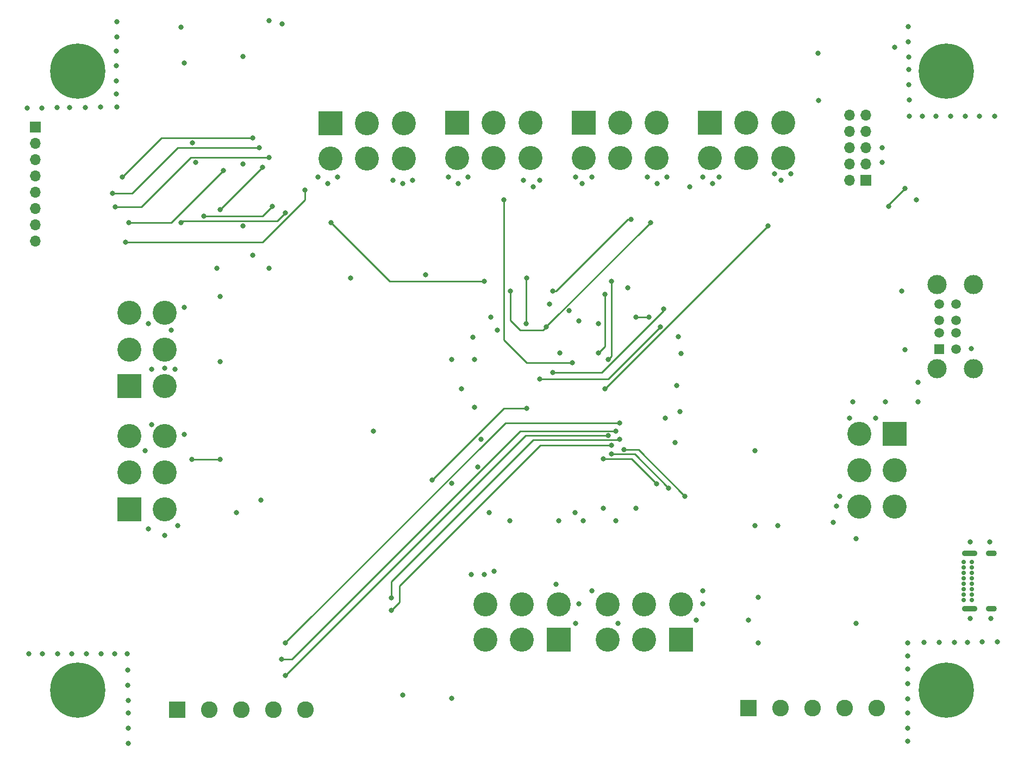
<source format=gbr>
%TF.GenerationSoftware,KiCad,Pcbnew,7.0.7*%
%TF.CreationDate,2024-02-07T15:25:18-06:00*%
%TF.ProjectId,stm32f429z,73746d33-3266-4343-9239-7a2e6b696361,rev?*%
%TF.SameCoordinates,Original*%
%TF.FileFunction,Copper,L4,Bot*%
%TF.FilePolarity,Positive*%
%FSLAX46Y46*%
G04 Gerber Fmt 4.6, Leading zero omitted, Abs format (unit mm)*
G04 Created by KiCad (PCBNEW 7.0.7) date 2024-02-07 15:25:18*
%MOMM*%
%LPD*%
G01*
G04 APERTURE LIST*
%TA.AperFunction,ComponentPad*%
%ADD10R,1.500000X1.500000*%
%TD*%
%TA.AperFunction,ComponentPad*%
%ADD11C,1.500000*%
%TD*%
%TA.AperFunction,ComponentPad*%
%ADD12C,3.000000*%
%TD*%
%TA.AperFunction,ComponentPad*%
%ADD13R,3.750000X3.750000*%
%TD*%
%TA.AperFunction,ComponentPad*%
%ADD14C,3.750000*%
%TD*%
%TA.AperFunction,ComponentPad*%
%ADD15R,1.700000X1.700000*%
%TD*%
%TA.AperFunction,ComponentPad*%
%ADD16O,1.700000X1.700000*%
%TD*%
%TA.AperFunction,ComponentPad*%
%ADD17R,2.600000X2.600000*%
%TD*%
%TA.AperFunction,ComponentPad*%
%ADD18C,2.600000*%
%TD*%
%TA.AperFunction,ComponentPad*%
%ADD19C,0.700000*%
%TD*%
%TA.AperFunction,ComponentPad*%
%ADD20O,2.400000X0.900000*%
%TD*%
%TA.AperFunction,ComponentPad*%
%ADD21O,1.700000X0.900000*%
%TD*%
%TA.AperFunction,ComponentPad*%
%ADD22C,0.900000*%
%TD*%
%TA.AperFunction,ComponentPad*%
%ADD23C,8.600000*%
%TD*%
%TA.AperFunction,ViaPad*%
%ADD24C,0.800000*%
%TD*%
%TA.AperFunction,Conductor*%
%ADD25C,0.250000*%
%TD*%
G04 APERTURE END LIST*
D10*
%TO.P,J6,1,VBUS*%
%TO.N,+5V*%
X211048000Y-88844000D03*
D11*
%TO.P,J6,2,D-*%
%TO.N,USB_OTG_FS_DP-*%
X211048000Y-86344000D03*
%TO.P,J6,3,D+*%
%TO.N,USB_OTG_FS_DP+*%
X211048000Y-84344000D03*
%TO.P,J6,4,ID*%
%TO.N,unconnected-(J6-ID-Pad4)*%
X211048000Y-81844000D03*
%TO.P,J6,5,GND*%
%TO.N,GND*%
X213668000Y-88844000D03*
%TO.P,J6,6,Shield*%
%TO.N,unconnected-(J6-Shield-Pad6)*%
X213668000Y-86344000D03*
%TO.P,J6,7*%
%TO.N,N/C*%
X213668000Y-84344000D03*
%TO.P,J6,8*%
X213668000Y-81844000D03*
D12*
%TO.P,J6,9*%
X210698000Y-91914000D03*
X216378000Y-91914000D03*
X210698000Y-78774000D03*
X216378000Y-78774000D03*
%TD*%
D13*
%TO.P,J1,1,Pin_1*%
%TO.N,ADC1_IN9*%
X170800000Y-134180000D03*
D14*
%TO.P,J1,2,Pin_2*%
%TO.N,ADC1_IN15*%
X165100000Y-134180000D03*
%TO.P,J1,3,Pin_3*%
%TO.N,ADC1_IN14*%
X159400000Y-134180000D03*
%TO.P,J1,4,Pin_4*%
%TO.N,+5V*%
X170800000Y-128680000D03*
%TO.P,J1,5,Pin_5*%
%TO.N,ADC1_IN8*%
X165100000Y-128680000D03*
%TO.P,J1,6,Pin_6*%
%TO.N,GND*%
X159400000Y-128680000D03*
%TD*%
D15*
%TO.P,J8,1,Pin_1*%
%TO.N,+5V*%
X199613750Y-62487500D03*
D16*
%TO.P,J8,2,Pin_2*%
%TO.N,Net-(J8-Pin_2)*%
X197073750Y-62487500D03*
%TO.P,J8,3,Pin_3*%
%TO.N,GND*%
X199613750Y-59947500D03*
%TO.P,J8,4,Pin_4*%
%TO.N,Net-(J8-Pin_4)*%
X197073750Y-59947500D03*
%TO.P,J8,5,Pin_5*%
%TO.N,GND*%
X199613750Y-57407500D03*
%TO.P,J8,6,Pin_6*%
%TO.N,Net-(J8-Pin_6)*%
X197073750Y-57407500D03*
%TO.P,J8,7,Pin_7*%
%TO.N,unconnected-(J8-Pin_7-Pad7)*%
X199613750Y-54867500D03*
%TO.P,J8,8,Pin_8*%
%TO.N,unconnected-(J8-Pin_8-Pad8)*%
X197073750Y-54867500D03*
%TO.P,J8,9,Pin_9*%
%TO.N,GND*%
X199613750Y-52327500D03*
%TO.P,J8,10,Pin_10*%
%TO.N,Net-(J8-Pin_10)*%
X197073750Y-52327500D03*
%TD*%
D17*
%TO.P,J16,1,Pin_1*%
%TO.N,MCU_GPIO6*%
X92315000Y-145085000D03*
D18*
%TO.P,J16,2,Pin_2*%
%TO.N,MCU_GPIO7*%
X97315000Y-145085000D03*
%TO.P,J16,3,Pin_3*%
%TO.N,MCU_GPIO8*%
X102315000Y-145085000D03*
%TO.P,J16,4,Pin_4*%
%TO.N,MCU_GPIO9*%
X107315000Y-145085000D03*
%TO.P,J16,5,Pin_5*%
%TO.N,MCU_GPIO10*%
X112315000Y-145085000D03*
%TD*%
D13*
%TO.P,J3,1,Pin_1*%
%TO.N,SPI5_MOSI*%
X84895000Y-113793750D03*
D14*
%TO.P,J3,2,Pin_2*%
%TO.N,SPI5_MISO*%
X84895000Y-108093750D03*
%TO.P,J3,3,Pin_3*%
%TO.N,SPI5_SCK *%
X84895000Y-102393750D03*
%TO.P,J3,4,Pin_4*%
%TO.N,+5V*%
X90395000Y-113793750D03*
%TO.P,J3,5,Pin_5*%
%TO.N,SPI5_CS  *%
X90395000Y-108093750D03*
%TO.P,J3,6,Pin_6*%
%TO.N,GND*%
X90395000Y-102393750D03*
%TD*%
D17*
%TO.P,J15,1,Pin_1*%
%TO.N,MCU_GPIO1*%
X181295000Y-144780000D03*
D18*
%TO.P,J15,2,Pin_2*%
%TO.N,MCU_GPIO2*%
X186295000Y-144780000D03*
%TO.P,J15,3,Pin_3*%
%TO.N,MCU_GPIO3*%
X191295000Y-144780000D03*
%TO.P,J15,4,Pin_4*%
%TO.N,MCU_GPIO4*%
X196295000Y-144780000D03*
%TO.P,J15,5,Pin_5*%
%TO.N,MCU_GPIO5*%
X201295000Y-144780000D03*
%TD*%
D13*
%TO.P,J2,1,Pin_1*%
%TO.N,ADC2_IN7*%
X151750000Y-134180000D03*
D14*
%TO.P,J2,2,Pin_2*%
%TO.N,ADC2_IN5*%
X146050000Y-134180000D03*
%TO.P,J2,3,Pin_3*%
%TO.N,ADC2_IN4*%
X140350000Y-134180000D03*
%TO.P,J2,4,Pin_4*%
%TO.N,+5V*%
X151750000Y-128680000D03*
%TO.P,J2,5,Pin_5*%
%TO.N,ADC2_IN6*%
X146050000Y-128680000D03*
%TO.P,J2,6,Pin_6*%
%TO.N,GND*%
X140350000Y-128680000D03*
%TD*%
D13*
%TO.P,J10,1,Pin_1*%
%TO.N,USART1_RX*%
X175340000Y-53527500D03*
D14*
%TO.P,J10,2,Pin_2*%
%TO.N,unconnected-(J10-Pin_2-Pad2)*%
X181040000Y-53527500D03*
%TO.P,J10,3,Pin_3*%
%TO.N,USART1_TX*%
X186740000Y-53527500D03*
%TO.P,J10,4,Pin_4*%
%TO.N,+5V*%
X175340000Y-59027500D03*
%TO.P,J10,5,Pin_5*%
%TO.N,unconnected-(J10-Pin_5-Pad5)*%
X181040000Y-59027500D03*
%TO.P,J10,6,Pin_6*%
%TO.N,GND*%
X186740000Y-59027500D03*
%TD*%
D19*
%TO.P,P2,A1,GND*%
%TO.N,GND*%
X214825000Y-127975000D03*
%TO.P,P2,A4,VBUS*%
%TO.N,Net-(D5-A)*%
X214825000Y-127125000D03*
%TO.P,P2,A5,CC*%
%TO.N,unconnected-(P2-CC-PadA5)*%
X214825000Y-126275000D03*
%TO.P,P2,A6,D+*%
%TO.N,unconnected-(P2-D+-PadA6)*%
X214825000Y-125425000D03*
%TO.P,P2,A7,D-*%
%TO.N,unconnected-(P2-D--PadA7)*%
X214825000Y-124575000D03*
%TO.P,P2,A8*%
%TO.N,N/C*%
X214825000Y-123725000D03*
%TO.P,P2,A9,VBUS*%
%TO.N,Net-(D5-A)*%
X214825000Y-122875000D03*
%TO.P,P2,A12,GND*%
%TO.N,GND*%
X214825000Y-122025000D03*
%TO.P,P2,B1,GND*%
X216175000Y-122025000D03*
%TO.P,P2,B4,VBUS*%
%TO.N,Net-(D5-A)*%
X216175000Y-122875000D03*
%TO.P,P2,B5,VCONN*%
%TO.N,unconnected-(P2-VCONN-PadB5)*%
X216175000Y-123725000D03*
%TO.P,P2,B6*%
%TO.N,N/C*%
X216175000Y-124575000D03*
%TO.P,P2,B7*%
X216175000Y-125425000D03*
%TO.P,P2,B8*%
X216175000Y-126275000D03*
%TO.P,P2,B9,VBUS*%
%TO.N,Net-(D5-A)*%
X216175000Y-127125000D03*
%TO.P,P2,B12,GND*%
%TO.N,GND*%
X216175000Y-127975000D03*
D20*
%TO.P,P2,S1,SHIELD*%
X215805000Y-129325000D03*
D21*
X219185000Y-129325000D03*
D20*
X215805000Y-120675000D03*
D21*
X219185000Y-120675000D03*
%TD*%
D13*
%TO.P,J5,1,Pin_1*%
%TO.N,I2C2_SCL*%
X84895000Y-94600000D03*
D14*
%TO.P,J5,2,Pin_2*%
%TO.N,unconnected-(J5-Pin_2-Pad2)*%
X84895000Y-88900000D03*
%TO.P,J5,3,Pin_3*%
%TO.N,I2C2_SDA*%
X84895000Y-83200000D03*
%TO.P,J5,4,Pin_4*%
%TO.N,+5V*%
X90395000Y-94600000D03*
%TO.P,J5,5,Pin_5*%
%TO.N,unconnected-(J5-Pin_5-Pad5)*%
X90395000Y-88900000D03*
%TO.P,J5,6,Pin_6*%
%TO.N,GND*%
X90395000Y-83200000D03*
%TD*%
D15*
%TO.P,J12,1,Pin_1*%
%TO.N,GP5*%
X70232500Y-54232500D03*
D16*
%TO.P,J12,2,Pin_2*%
%TO.N,GP4*%
X70232500Y-56772500D03*
%TO.P,J12,3,Pin_3*%
%TO.N,GP3*%
X70232500Y-59312500D03*
%TO.P,J12,4,Pin_4*%
%TO.N,GP0*%
X70232500Y-61852500D03*
%TO.P,J12,5,Pin_5*%
%TO.N,GP1*%
X70232500Y-64392500D03*
%TO.P,J12,6,Pin_6*%
%TO.N,GP2*%
X70232500Y-66932500D03*
%TO.P,J12,7,Pin_7*%
%TO.N,CTS*%
X70232500Y-69472500D03*
%TO.P,J12,8,Pin_8*%
%TO.N,RTS*%
X70232500Y-72012500D03*
%TD*%
D13*
%TO.P,J7,1,Pin_1*%
%TO.N,CAN2+*%
X204095000Y-102031250D03*
D14*
%TO.P,J7,2,Pin_2*%
%TO.N,CAN2-*%
X204095000Y-107731250D03*
%TO.P,J7,3,Pin_3*%
%TO.N,unconnected-(J7-Pin_3-Pad3)*%
X204095000Y-113431250D03*
%TO.P,J7,4,Pin_4*%
%TO.N,+5V*%
X198595000Y-102031250D03*
%TO.P,J7,5,Pin_5*%
%TO.N,unconnected-(J7-Pin_5-Pad5)*%
X198595000Y-107731250D03*
%TO.P,J7,6,Pin_6*%
%TO.N,GND*%
X198595000Y-113431250D03*
%TD*%
D22*
%TO.P,H3,1*%
%TO.N,N/C*%
X208930000Y-45501250D03*
X209874581Y-43220831D03*
X209874581Y-47781669D03*
X212155000Y-42276250D03*
D23*
X212155000Y-45501250D03*
D22*
X212155000Y-48726250D03*
X214435419Y-43220831D03*
X214435419Y-47781669D03*
X215380000Y-45501250D03*
%TD*%
D13*
%TO.P,J4,1,Pin_1*%
%TO.N,SPI3_MOSI*%
X135970000Y-53527500D03*
D14*
%TO.P,J4,2,Pin_2*%
%TO.N,SPI3_MISO*%
X141670000Y-53527500D03*
%TO.P,J4,3,Pin_3*%
%TO.N,SPI3_SCK*%
X147370000Y-53527500D03*
%TO.P,J4,4,Pin_4*%
%TO.N,+5V*%
X135970000Y-59027500D03*
%TO.P,J4,5,Pin_5*%
%TO.N,SPI3_CS  *%
X141670000Y-59027500D03*
%TO.P,J4,6,Pin_6*%
%TO.N,GND*%
X147370000Y-59027500D03*
%TD*%
D22*
%TO.P,H2,1*%
%TO.N,N/C*%
X73675000Y-142021250D03*
X74619581Y-139740831D03*
X74619581Y-144301669D03*
X76900000Y-138796250D03*
D23*
X76900000Y-142021250D03*
D22*
X76900000Y-145246250D03*
X79180419Y-139740831D03*
X79180419Y-144301669D03*
X80125000Y-142021250D03*
%TD*%
%TO.P,H1,1*%
%TO.N,N/C*%
X73675000Y-45501250D03*
X74619581Y-43220831D03*
X74619581Y-47781669D03*
X76900000Y-42276250D03*
D23*
X76900000Y-45501250D03*
D22*
X76900000Y-48726250D03*
X79180419Y-43220831D03*
X79180419Y-47781669D03*
X80125000Y-45501250D03*
%TD*%
D13*
%TO.P,J14,1,Pin_1*%
%TO.N,I2C1_SCL*%
X116220000Y-53655000D03*
D14*
%TO.P,J14,2,Pin_2*%
%TO.N,unconnected-(J14-Pin_2-Pad2)*%
X121920000Y-53655000D03*
%TO.P,J14,3,Pin_3*%
%TO.N,I2C1_SDA*%
X127620000Y-53655000D03*
%TO.P,J14,4,Pin_4*%
%TO.N,+5V*%
X116220000Y-59155000D03*
%TO.P,J14,5,Pin_5*%
%TO.N,unconnected-(J14-Pin_5-Pad5)*%
X121920000Y-59155000D03*
%TO.P,J14,6,Pin_6*%
%TO.N,GND*%
X127620000Y-59155000D03*
%TD*%
D22*
%TO.P,H4,1*%
%TO.N,N/C*%
X208930000Y-142021250D03*
X209874581Y-139740831D03*
X209874581Y-144301669D03*
X212155000Y-138796250D03*
D23*
X212155000Y-142021250D03*
D22*
X212155000Y-145246250D03*
X214435419Y-139740831D03*
X214435419Y-144301669D03*
X215380000Y-142021250D03*
%TD*%
D13*
%TO.P,J11,1,Pin_1*%
%TO.N,CAN1+*%
X155655000Y-53561250D03*
D14*
%TO.P,J11,2,Pin_2*%
%TO.N,CAN1-*%
X161355000Y-53561250D03*
%TO.P,J11,3,Pin_3*%
%TO.N,unconnected-(J11-Pin_3-Pad3)*%
X167055000Y-53561250D03*
%TO.P,J11,4,Pin_4*%
%TO.N,+5V*%
X155655000Y-59061250D03*
%TO.P,J11,5,Pin_5*%
%TO.N,unconnected-(J11-Pin_5-Pad5)*%
X161355000Y-59061250D03*
%TO.P,J11,6,Pin_6*%
%TO.N,GND*%
X167055000Y-59061250D03*
%TD*%
D24*
%TO.N,GND*%
X208650000Y-134600000D03*
X206150000Y-150020000D03*
X220100000Y-134490000D03*
X206180000Y-138740000D03*
X211020000Y-134580000D03*
X206130000Y-145560000D03*
X206140000Y-143360000D03*
X213420000Y-134560000D03*
X217740000Y-134490000D03*
X215420000Y-134560000D03*
X206130000Y-134650000D03*
X206110000Y-147930000D03*
X206150000Y-136670000D03*
X206150000Y-141040000D03*
X206370000Y-50030000D03*
X206260000Y-38580000D03*
X210510000Y-52500000D03*
X206350000Y-47660000D03*
X217330000Y-52550000D03*
X215130000Y-52540000D03*
X206330000Y-45260000D03*
X206260000Y-40940000D03*
X206330000Y-43260000D03*
X206420000Y-52550000D03*
X219700000Y-52570000D03*
X208440000Y-52530000D03*
X212810000Y-52530000D03*
X80400000Y-51130000D03*
X68950000Y-51240000D03*
X82870000Y-46990000D03*
X78030000Y-51150000D03*
X82920000Y-40170000D03*
X82910000Y-42370000D03*
X75630000Y-51170000D03*
X71310000Y-51240000D03*
X73630000Y-51170000D03*
X82920000Y-51080000D03*
X82940000Y-37800000D03*
X82900000Y-49060000D03*
X82900000Y-44690000D03*
X84760000Y-150300000D03*
X84760000Y-147940000D03*
X84690000Y-145620000D03*
X84690000Y-143620000D03*
X84670000Y-141220000D03*
X84650000Y-138850000D03*
X84600000Y-136330000D03*
X82580000Y-136350000D03*
X80510000Y-136380000D03*
X78210000Y-136350000D03*
X75890000Y-136340000D03*
X73690000Y-136330000D03*
X71320000Y-136310000D03*
X69230000Y-136350000D03*
X98552000Y-76200000D03*
X102616000Y-69596000D03*
X160655000Y-115570000D03*
X140970000Y-114300000D03*
X162560000Y-79248000D03*
X125984000Y-62484000D03*
X195580000Y-111760000D03*
X94742000Y-56642000D03*
X87884000Y-84836000D03*
X186436000Y-62484000D03*
X135128000Y-143256000D03*
X93472000Y-102108000D03*
X182880000Y-127508000D03*
X122936000Y-101600000D03*
X215900000Y-130810000D03*
X138430000Y-86995000D03*
X87376000Y-104648000D03*
X88392000Y-100584000D03*
X219075000Y-130810000D03*
X151765000Y-115570000D03*
X91440000Y-85852000D03*
X167132000Y-62992000D03*
X135128000Y-109728000D03*
X170815000Y-89535000D03*
X106680000Y-76200000D03*
X135128000Y-90424000D03*
X127508000Y-62992000D03*
X101600000Y-114300000D03*
X187960000Y-61468000D03*
X156972000Y-126492000D03*
X202692000Y-97028000D03*
X155575000Y-115570000D03*
X161036000Y-131572000D03*
X106680000Y-37592000D03*
X127508000Y-142748000D03*
X207772000Y-97028000D03*
X169926000Y-103378000D03*
X141224000Y-83820000D03*
X165608000Y-61976000D03*
X192201800Y-42748200D03*
X170688000Y-98552000D03*
X140208000Y-123952000D03*
X168656000Y-61976000D03*
X207518000Y-65532000D03*
X215900000Y-118872000D03*
X153416000Y-82804000D03*
X93472000Y-82296000D03*
X102616000Y-43180000D03*
X138176000Y-123952000D03*
X182372000Y-104648000D03*
X151988750Y-89475000D03*
X194564000Y-115824000D03*
X141732000Y-123444000D03*
X192278000Y-50038000D03*
X148844000Y-62484000D03*
X202184000Y-57404000D03*
X147828000Y-63500000D03*
X202184000Y-59690000D03*
X136652000Y-94996000D03*
X218948000Y-118872000D03*
X92964000Y-38608000D03*
X185420000Y-61468000D03*
X157988000Y-84836000D03*
X93472000Y-44196000D03*
X129032000Y-62484000D03*
X146304000Y-62484000D03*
X195072000Y-113284000D03*
X216080000Y-88780000D03*
%TO.N,+3.3V*%
X144145000Y-115570000D03*
X138684000Y-90424000D03*
X131064000Y-77216000D03*
X150368000Y-81788000D03*
X163830000Y-113665000D03*
X185928000Y-116332000D03*
X182372000Y-116332000D03*
X99060000Y-80645000D03*
X170180000Y-94488000D03*
X99060000Y-90805000D03*
X204070000Y-41810000D03*
X154305000Y-114300000D03*
X139700000Y-102870000D03*
X95250000Y-59690000D03*
X154940000Y-84455000D03*
X119380000Y-77724000D03*
X158750000Y-113665000D03*
X142240000Y-85852000D03*
X138684000Y-97950500D03*
X105410000Y-112395000D03*
X104140000Y-74168000D03*
X168402000Y-99568000D03*
X139192000Y-107188000D03*
X170434000Y-86868000D03*
X102616000Y-59944000D03*
%TO.N,+5V*%
X154432000Y-131572000D03*
X117348000Y-61976000D03*
X201168000Y-99568000D03*
X154432000Y-61976000D03*
X198120000Y-118364000D03*
X114300000Y-61976000D03*
X198120000Y-131572000D03*
X136144000Y-62992000D03*
X175768000Y-62992000D03*
X205740000Y-88900000D03*
X90424000Y-117856000D03*
X92050000Y-91950000D03*
X155448000Y-62992000D03*
X134620000Y-61976000D03*
X108712000Y-38100000D03*
X172212000Y-63500000D03*
X90440000Y-91800000D03*
X174244000Y-61976000D03*
X154940000Y-128524000D03*
X197104000Y-99568000D03*
X87884000Y-116840000D03*
X174244000Y-126492000D03*
X207772000Y-93980000D03*
X173228000Y-131064000D03*
X181356000Y-131064000D03*
X182880000Y-134620000D03*
X156972000Y-61976000D03*
X176784000Y-61976000D03*
X88392000Y-91948000D03*
X174244000Y-128524000D03*
X197612000Y-97028000D03*
X205232000Y-79756000D03*
X92456000Y-116332000D03*
X151384000Y-125476000D03*
X115824000Y-62992000D03*
X137668000Y-61976000D03*
%TO.N,NRST*%
X159004000Y-94996000D03*
X184404000Y-69596000D03*
%TO.N,SPI5_CS  *%
X146812000Y-98044000D03*
X132080000Y-109220000D03*
X94615000Y-106045000D03*
X99060000Y-106045000D03*
%TO.N,SPI3_CS  *%
X153924000Y-90932000D03*
X143256000Y-65532000D03*
%TO.N,I2C1_SDA*%
X146695500Y-84836000D03*
X146812000Y-77724000D03*
%TO.N,USART1_RX*%
X116332000Y-69088000D03*
X150876000Y-79756000D03*
X140208000Y-78232000D03*
X163068000Y-68580000D03*
%TO.N,USART1_TX*%
X149860000Y-85344000D03*
X144272000Y-79756000D03*
X166116000Y-69088000D03*
%TO.N,GP5*%
X99060000Y-67056000D03*
X105664000Y-60452000D03*
%TO.N,GP4*%
X107188000Y-66548000D03*
X96520000Y-68072000D03*
%TO.N,GP3*%
X109220000Y-67564000D03*
X92964000Y-69088000D03*
%TO.N,GP2*%
X82742250Y-66675000D03*
X106680000Y-58928000D03*
%TO.N,GP1*%
X105156000Y-57404000D03*
X82296000Y-64516000D03*
%TO.N,GP0*%
X83820000Y-61976000D03*
X104140000Y-55880000D03*
%TO.N,CTS*%
X99568000Y-60960000D03*
X84836000Y-69088000D03*
%TO.N,RTS*%
X112268000Y-64008000D03*
X84328000Y-72136000D03*
%TO.N,SYS_JTCLK-SWCLK*%
X165862000Y-83820000D03*
X163830000Y-83820000D03*
%TO.N,SYS_JTDO-SWO*%
X168148000Y-82550000D03*
X150876000Y-92456000D03*
%TO.N,BOOT0*%
X203200000Y-66548000D03*
X167635701Y-85339701D03*
X205740000Y-63754000D03*
X148844000Y-93472000D03*
%TO.N,MCU_GPIO10*%
X125730000Y-129540000D03*
X160025194Y-103826306D03*
%TO.N,MCU_GPIO9*%
X161308487Y-102900303D03*
X125730000Y-127635000D03*
%TO.N,MCU_GPIO8*%
X159474500Y-102324500D03*
X109220000Y-139700000D03*
%TO.N,MCU_GPIO7*%
X160655000Y-101600000D03*
X108585000Y-137160000D03*
%TO.N,MCU_GPIO6*%
X109220000Y-134620000D03*
X161290000Y-100330000D03*
%TO.N,MCU_GPIO5*%
X161925000Y-104556500D03*
X171450000Y-111760000D03*
%TO.N,MCU_GPIO4*%
X168910000Y-110490000D03*
X160020000Y-105231000D03*
%TO.N,MCU_GPIO3*%
X167005000Y-109855000D03*
X158750000Y-105955500D03*
%TO.N,CAN1_TX*%
X160020000Y-78232000D03*
X159512000Y-90424000D03*
%TO.N,CAN SIlent Mode 1*%
X159004000Y-80264000D03*
X157988000Y-89408000D03*
%TD*%
D25*
%TO.N,NRST*%
X184404000Y-69596000D02*
X159004000Y-94996000D01*
%TO.N,SPI5_CS  *%
X132080000Y-109220000D02*
X143256000Y-98044000D01*
X94615000Y-106045000D02*
X99060000Y-106045000D01*
X143256000Y-98044000D02*
X146812000Y-98044000D01*
%TO.N,SPI3_CS  *%
X146812000Y-90932000D02*
X153924000Y-90932000D01*
X143256000Y-65532000D02*
X143256000Y-87376000D01*
X143256000Y-87376000D02*
X146812000Y-90932000D01*
%TO.N,I2C1_SDA*%
X146695500Y-77840500D02*
X146695500Y-84836000D01*
X146812000Y-84719500D02*
X146695500Y-84836000D01*
X146812000Y-77724000D02*
X146695500Y-77840500D01*
%TO.N,USART1_RX*%
X150876000Y-79756000D02*
X151393305Y-79756000D01*
X125476000Y-78232000D02*
X140208000Y-78232000D01*
X116332000Y-69088000D02*
X125476000Y-78232000D01*
X162569305Y-68580000D02*
X163068000Y-68580000D01*
X151393305Y-79756000D02*
X162569305Y-68580000D01*
%TO.N,USART1_TX*%
X149860000Y-85334695D02*
X166106695Y-69088000D01*
X149860000Y-85344000D02*
X149860000Y-85334695D01*
X145796000Y-85852000D02*
X149352000Y-85852000D01*
X149352000Y-85852000D02*
X149860000Y-85344000D01*
X144272000Y-84328000D02*
X145796000Y-85852000D01*
X144272000Y-79756000D02*
X144272000Y-84328000D01*
X166106695Y-69088000D02*
X166116000Y-69088000D01*
%TO.N,GP5*%
X99060000Y-67056000D02*
X105664000Y-60452000D01*
%TO.N,GP4*%
X105664000Y-68072000D02*
X107188000Y-66548000D01*
X96520000Y-68072000D02*
X105664000Y-68072000D01*
%TO.N,GP3*%
X92964000Y-69088000D02*
X93181000Y-68871000D01*
X93181000Y-68871000D02*
X107913000Y-68871000D01*
X107913000Y-68871000D02*
X109220000Y-67564000D01*
%TO.N,GP2*%
X94488000Y-58928000D02*
X106680000Y-58928000D01*
X86741000Y-66675000D02*
X94488000Y-58928000D01*
X82742250Y-66675000D02*
X86741000Y-66675000D01*
%TO.N,GP1*%
X92456000Y-57404000D02*
X105156000Y-57404000D01*
X85344000Y-64516000D02*
X92456000Y-57404000D01*
X82296000Y-64516000D02*
X85344000Y-64516000D01*
%TO.N,GP0*%
X89916000Y-55880000D02*
X104140000Y-55880000D01*
X83820000Y-61976000D02*
X89916000Y-55880000D01*
%TO.N,CTS*%
X84836000Y-69088000D02*
X91440000Y-69088000D01*
X91440000Y-69088000D02*
X99568000Y-60960000D01*
%TO.N,RTS*%
X112268000Y-65541305D02*
X112268000Y-64008000D01*
X105673305Y-72136000D02*
X112268000Y-65541305D01*
X84328000Y-72136000D02*
X105673305Y-72136000D01*
%TO.N,SYS_JTCLK-SWCLK*%
X165862000Y-83820000D02*
X163830000Y-83820000D01*
%TO.N,SYS_JTDO-SWO*%
X168148000Y-82550000D02*
X168148000Y-82813305D01*
X168148000Y-82813305D02*
X158505305Y-92456000D01*
X158505305Y-92456000D02*
X150876000Y-92456000D01*
%TO.N,BOOT0*%
X205740000Y-63754000D02*
X203200000Y-66294000D01*
X167635701Y-85339701D02*
X159503402Y-93472000D01*
X203200000Y-66294000D02*
X203200000Y-66548000D01*
X159503402Y-93472000D02*
X148844000Y-93472000D01*
%TO.N,MCU_GPIO10*%
X127000000Y-125730000D02*
X148903694Y-103826306D01*
X148903694Y-103826306D02*
X160025194Y-103826306D01*
X125730000Y-129540000D02*
X127000000Y-128270000D01*
X127000000Y-128270000D02*
X127000000Y-125730000D01*
%TO.N,MCU_GPIO9*%
X161308487Y-102900303D02*
X161209290Y-102999500D01*
X125730000Y-125095000D02*
X125730000Y-127635000D01*
X147825500Y-102999500D02*
X125730000Y-125095000D01*
X161209290Y-102999500D02*
X147825500Y-102999500D01*
%TO.N,MCU_GPIO8*%
X146595500Y-102324500D02*
X159474500Y-102324500D01*
X109220000Y-139700000D02*
X146595500Y-102324500D01*
%TO.N,MCU_GPIO7*%
X110245305Y-137160000D02*
X145805305Y-101600000D01*
X145805305Y-101600000D02*
X160655000Y-101600000D01*
X108585000Y-137160000D02*
X110245305Y-137160000D01*
%TO.N,MCU_GPIO6*%
X109220000Y-134620000D02*
X109220000Y-134610695D01*
X143500695Y-100330000D02*
X161290000Y-100330000D01*
X109220000Y-134610695D02*
X143500695Y-100330000D01*
%TO.N,MCU_GPIO5*%
X161925000Y-104556500D02*
X164246500Y-104556500D01*
X164246500Y-104556500D02*
X171450000Y-111760000D01*
%TO.N,MCU_GPIO4*%
X163651000Y-105231000D02*
X168910000Y-110490000D01*
X160020000Y-105231000D02*
X163651000Y-105231000D01*
%TO.N,MCU_GPIO3*%
X163105500Y-105955500D02*
X158750000Y-105955500D01*
X167005000Y-109855000D02*
X163105500Y-105955500D01*
%TO.N,CAN1_TX*%
X160020000Y-89916000D02*
X160020000Y-78232000D01*
X159512000Y-90424000D02*
X160020000Y-89916000D01*
%TO.N,CAN SIlent Mode 1*%
X159004000Y-80264000D02*
X159004000Y-88392000D01*
X159004000Y-88392000D02*
X157988000Y-89408000D01*
%TD*%
M02*

</source>
